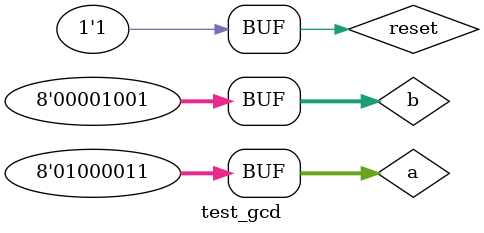
<source format=v>
`timescale 1ns / 1ps


module test_gcd;

	// Inputs
	reg [7:0] a;
	reg [7:0] b;
	reg reset;

	// Outputs
	wire [7:0] result;

	// Instantiate the Unit Under Test (UUT)
	gcd_stein uut (
		.a(a), 
		.b(b), 
		.reset(reset), 
		.result(result)
	);

	initial begin
		// Initialize Inputs
		$monitor("a = %d, b = %d, gcd(a, b) = %d", a, b, result);

		#50;
		reset = 0;
		a = 8;
		b = 4;
		#20;
		reset = 1;
		
		#50;
		reset = 0;
		a = 4;
		b = 0;
		#20;
		reset = 1;
		

		#50;
		reset = 0;
		a = 0;
		b = 0;
		#20;
		reset = 1;
			
		
		#50;
		reset = 0;
		a = 4;
		b = 4;
		#20;
		reset = 1;
		
		
		#50;
		reset = 0;
		a = 3;
		b = 0;
		#20;
		reset = 1;
		
		
		#50;
		reset = 0;
		a = 0;
		b = 3;
		#20;
		reset = 1;
		
		
		#50;
		reset = 0;
		a = 3;
		b = 3;
		#20;
		reset = 1;
		
		
		#50;
		reset = 0;
		a = 10;
		b = 4;
		#20;
		reset = 1;
		
		
		#50;
		reset = 0;
		a = 100;
		b = 25;
		#20;
		reset = 1;
		
		
		#50;
		reset = 0;
		a = 25;
		b = 100;
		#20;
		reset = 1;
		
		
		#50;
		reset = 0;
		a = 120;
		b = 10;
		#20;
		reset = 1;
		
		
		#50;
		reset = 0;
		a = 67;
		b = 9;
		#20;
		reset = 1;

	end
      
endmodule


</source>
